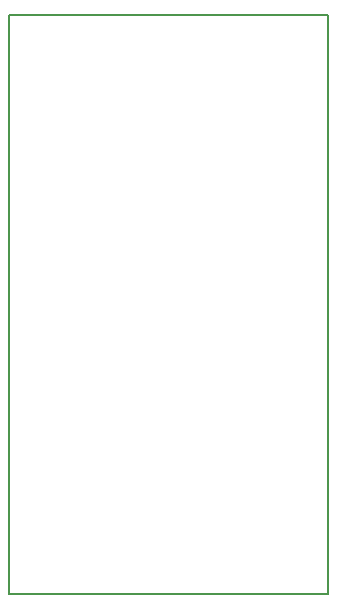
<source format=gbr>
G04 DipTrace 3.0.0.1*
G04 BoardOutline.gbr*
%MOIN*%
G04 #@! TF.FileFunction,Profile*
G04 #@! TF.Part,Single*
%ADD11C,0.006*%
%FSLAX26Y26*%
G04*
G70*
G90*
G75*
G01*
G04 BoardOutline*
%LPD*%
X393701Y393701D2*
D11*
X1456693D1*
Y2322835D1*
X393701D1*
Y393701D1*
M02*

</source>
